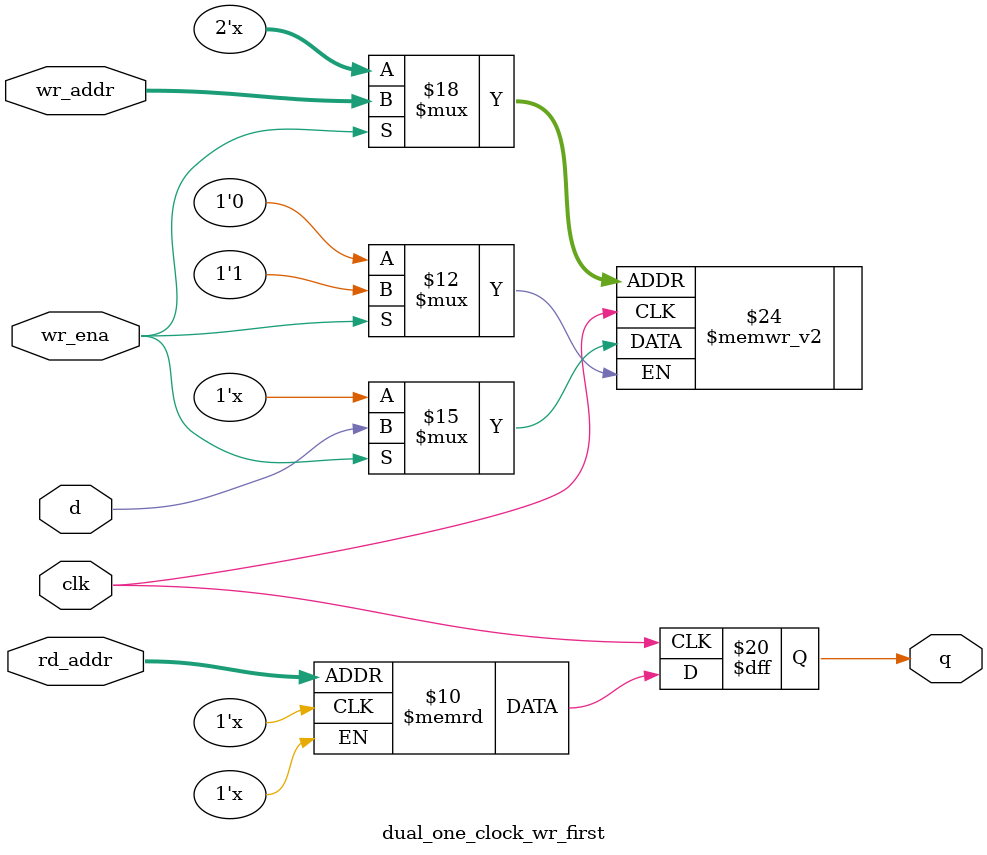
<source format=v>
`timescale 1 ns / 1 ps

module dual_one_clock_wr_first #(
    parameter WIDTH = 1,
    parameter DEPTH = 1
)(
    input wire clk,
    input wire wr_ena,
    input wire [$clog2(DEPTH)-1:0] wr_addr,
    input wire [$clog2(DEPTH)-1:0] rd_addr,
    input wire [WIDTH-1:0] d,
    output reg [WIDTH-1:0] q
);

reg [WIDTH-1:0] ram [DEPTH-1:0];

always @(posedge clk) begin
    if (wr_ena) begin
        ram[wr_addr] <= d;
    end
end

always @(posedge clk) begin
    q <= ram[rd_addr];
end

endmodule
</source>
